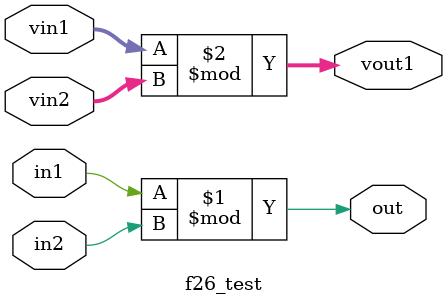
<source format=v>
module f26_test(out, in1, in2, vin1, vin2, vout1);
output out;
input in1, in2;
input [1:0] vin1;
input [2:0] vin2;
output [3:0] vout1;
assign out = in1 % in2;
assign vout1 = vin1 % vin2;
endmodule
</source>
